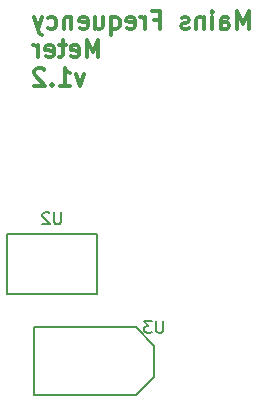
<source format=gbo>
G04 #@! TF.FileFunction,Legend,Bot*
%FSLAX46Y46*%
G04 Gerber Fmt 4.6, Leading zero omitted, Abs format (unit mm)*
G04 Created by KiCad (PCBNEW 4.0.2-stable) date 17/06/2016 14:35:20*
%MOMM*%
G01*
G04 APERTURE LIST*
%ADD10C,0.150000*%
%ADD11C,0.300000*%
G04 APERTURE END LIST*
D10*
D11*
X218072571Y-137771571D02*
X218072571Y-136271571D01*
X217572571Y-137343000D01*
X217072571Y-136271571D01*
X217072571Y-137771571D01*
X215715428Y-137771571D02*
X215715428Y-136985857D01*
X215786857Y-136843000D01*
X215929714Y-136771571D01*
X216215428Y-136771571D01*
X216358285Y-136843000D01*
X215715428Y-137700143D02*
X215858285Y-137771571D01*
X216215428Y-137771571D01*
X216358285Y-137700143D01*
X216429714Y-137557286D01*
X216429714Y-137414429D01*
X216358285Y-137271571D01*
X216215428Y-137200143D01*
X215858285Y-137200143D01*
X215715428Y-137128714D01*
X215001142Y-137771571D02*
X215001142Y-136771571D01*
X215001142Y-136271571D02*
X215072571Y-136343000D01*
X215001142Y-136414429D01*
X214929714Y-136343000D01*
X215001142Y-136271571D01*
X215001142Y-136414429D01*
X214286856Y-136771571D02*
X214286856Y-137771571D01*
X214286856Y-136914429D02*
X214215428Y-136843000D01*
X214072570Y-136771571D01*
X213858285Y-136771571D01*
X213715428Y-136843000D01*
X213643999Y-136985857D01*
X213643999Y-137771571D01*
X213001142Y-137700143D02*
X212858285Y-137771571D01*
X212572570Y-137771571D01*
X212429713Y-137700143D01*
X212358285Y-137557286D01*
X212358285Y-137485857D01*
X212429713Y-137343000D01*
X212572570Y-137271571D01*
X212786856Y-137271571D01*
X212929713Y-137200143D01*
X213001142Y-137057286D01*
X213001142Y-136985857D01*
X212929713Y-136843000D01*
X212786856Y-136771571D01*
X212572570Y-136771571D01*
X212429713Y-136843000D01*
X210072570Y-136985857D02*
X210572570Y-136985857D01*
X210572570Y-137771571D02*
X210572570Y-136271571D01*
X209858284Y-136271571D01*
X209286856Y-137771571D02*
X209286856Y-136771571D01*
X209286856Y-137057286D02*
X209215428Y-136914429D01*
X209143999Y-136843000D01*
X209001142Y-136771571D01*
X208858285Y-136771571D01*
X207786857Y-137700143D02*
X207929714Y-137771571D01*
X208215428Y-137771571D01*
X208358285Y-137700143D01*
X208429714Y-137557286D01*
X208429714Y-136985857D01*
X208358285Y-136843000D01*
X208215428Y-136771571D01*
X207929714Y-136771571D01*
X207786857Y-136843000D01*
X207715428Y-136985857D01*
X207715428Y-137128714D01*
X208429714Y-137271571D01*
X206429714Y-136771571D02*
X206429714Y-138271571D01*
X206429714Y-137700143D02*
X206572571Y-137771571D01*
X206858285Y-137771571D01*
X207001143Y-137700143D01*
X207072571Y-137628714D01*
X207144000Y-137485857D01*
X207144000Y-137057286D01*
X207072571Y-136914429D01*
X207001143Y-136843000D01*
X206858285Y-136771571D01*
X206572571Y-136771571D01*
X206429714Y-136843000D01*
X205072571Y-136771571D02*
X205072571Y-137771571D01*
X205715428Y-136771571D02*
X205715428Y-137557286D01*
X205644000Y-137700143D01*
X205501142Y-137771571D01*
X205286857Y-137771571D01*
X205144000Y-137700143D01*
X205072571Y-137628714D01*
X203786857Y-137700143D02*
X203929714Y-137771571D01*
X204215428Y-137771571D01*
X204358285Y-137700143D01*
X204429714Y-137557286D01*
X204429714Y-136985857D01*
X204358285Y-136843000D01*
X204215428Y-136771571D01*
X203929714Y-136771571D01*
X203786857Y-136843000D01*
X203715428Y-136985857D01*
X203715428Y-137128714D01*
X204429714Y-137271571D01*
X203072571Y-136771571D02*
X203072571Y-137771571D01*
X203072571Y-136914429D02*
X203001143Y-136843000D01*
X202858285Y-136771571D01*
X202644000Y-136771571D01*
X202501143Y-136843000D01*
X202429714Y-136985857D01*
X202429714Y-137771571D01*
X201072571Y-137700143D02*
X201215428Y-137771571D01*
X201501142Y-137771571D01*
X201644000Y-137700143D01*
X201715428Y-137628714D01*
X201786857Y-137485857D01*
X201786857Y-137057286D01*
X201715428Y-136914429D01*
X201644000Y-136843000D01*
X201501142Y-136771571D01*
X201215428Y-136771571D01*
X201072571Y-136843000D01*
X200572571Y-136771571D02*
X200215428Y-137771571D01*
X199858286Y-136771571D02*
X200215428Y-137771571D01*
X200358286Y-138128714D01*
X200429714Y-138200143D01*
X200572571Y-138271571D01*
X205358285Y-140171571D02*
X205358285Y-138671571D01*
X204858285Y-139743000D01*
X204358285Y-138671571D01*
X204358285Y-140171571D01*
X203072571Y-140100143D02*
X203215428Y-140171571D01*
X203501142Y-140171571D01*
X203643999Y-140100143D01*
X203715428Y-139957286D01*
X203715428Y-139385857D01*
X203643999Y-139243000D01*
X203501142Y-139171571D01*
X203215428Y-139171571D01*
X203072571Y-139243000D01*
X203001142Y-139385857D01*
X203001142Y-139528714D01*
X203715428Y-139671571D01*
X202572571Y-139171571D02*
X202001142Y-139171571D01*
X202358285Y-138671571D02*
X202358285Y-139957286D01*
X202286857Y-140100143D01*
X202143999Y-140171571D01*
X202001142Y-140171571D01*
X200929714Y-140100143D02*
X201072571Y-140171571D01*
X201358285Y-140171571D01*
X201501142Y-140100143D01*
X201572571Y-139957286D01*
X201572571Y-139385857D01*
X201501142Y-139243000D01*
X201358285Y-139171571D01*
X201072571Y-139171571D01*
X200929714Y-139243000D01*
X200858285Y-139385857D01*
X200858285Y-139528714D01*
X201572571Y-139671571D01*
X200215428Y-140171571D02*
X200215428Y-139171571D01*
X200215428Y-139457286D02*
X200144000Y-139314429D01*
X200072571Y-139243000D01*
X199929714Y-139171571D01*
X199786857Y-139171571D01*
X204143999Y-141571571D02*
X203786856Y-142571571D01*
X203429714Y-141571571D01*
X202072571Y-142571571D02*
X202929714Y-142571571D01*
X202501142Y-142571571D02*
X202501142Y-141071571D01*
X202643999Y-141285857D01*
X202786857Y-141428714D01*
X202929714Y-141500143D01*
X201429714Y-142428714D02*
X201358286Y-142500143D01*
X201429714Y-142571571D01*
X201501143Y-142500143D01*
X201429714Y-142428714D01*
X201429714Y-142571571D01*
X200786857Y-141214429D02*
X200715428Y-141143000D01*
X200572571Y-141071571D01*
X200215428Y-141071571D01*
X200072571Y-141143000D01*
X200001142Y-141214429D01*
X199929714Y-141357286D01*
X199929714Y-141500143D01*
X200001142Y-141714429D01*
X200858285Y-142571571D01*
X199929714Y-142571571D01*
D10*
X205232000Y-160194000D02*
X197612000Y-160194000D01*
X197612000Y-160194000D02*
X197612000Y-155114000D01*
X197612000Y-155114000D02*
X205232000Y-155114000D01*
X205232000Y-155114000D02*
X205232000Y-160194000D01*
X208500000Y-163004000D02*
X210100000Y-164604000D01*
X208500000Y-168804000D02*
X210100000Y-167204000D01*
X199900000Y-163004000D02*
X199900000Y-168804000D01*
X208500000Y-163004000D02*
X199900000Y-163004000D01*
X210100000Y-167204000D02*
X210100000Y-164604000D01*
X199900000Y-168804000D02*
X208500000Y-168804000D01*
X202183905Y-153296381D02*
X202183905Y-154105905D01*
X202136286Y-154201143D01*
X202088667Y-154248762D01*
X201993429Y-154296381D01*
X201802952Y-154296381D01*
X201707714Y-154248762D01*
X201660095Y-154201143D01*
X201612476Y-154105905D01*
X201612476Y-153296381D01*
X201183905Y-153391619D02*
X201136286Y-153344000D01*
X201041048Y-153296381D01*
X200802952Y-153296381D01*
X200707714Y-153344000D01*
X200660095Y-153391619D01*
X200612476Y-153486857D01*
X200612476Y-153582095D01*
X200660095Y-153724952D01*
X201231524Y-154296381D01*
X200612476Y-154296381D01*
X210819905Y-162515381D02*
X210819905Y-163324905D01*
X210772286Y-163420143D01*
X210724667Y-163467762D01*
X210629429Y-163515381D01*
X210438952Y-163515381D01*
X210343714Y-163467762D01*
X210296095Y-163420143D01*
X210248476Y-163324905D01*
X210248476Y-162515381D01*
X209867524Y-162515381D02*
X209248476Y-162515381D01*
X209581810Y-162896333D01*
X209438952Y-162896333D01*
X209343714Y-162943952D01*
X209296095Y-162991571D01*
X209248476Y-163086810D01*
X209248476Y-163324905D01*
X209296095Y-163420143D01*
X209343714Y-163467762D01*
X209438952Y-163515381D01*
X209724667Y-163515381D01*
X209819905Y-163467762D01*
X209867524Y-163420143D01*
M02*

</source>
